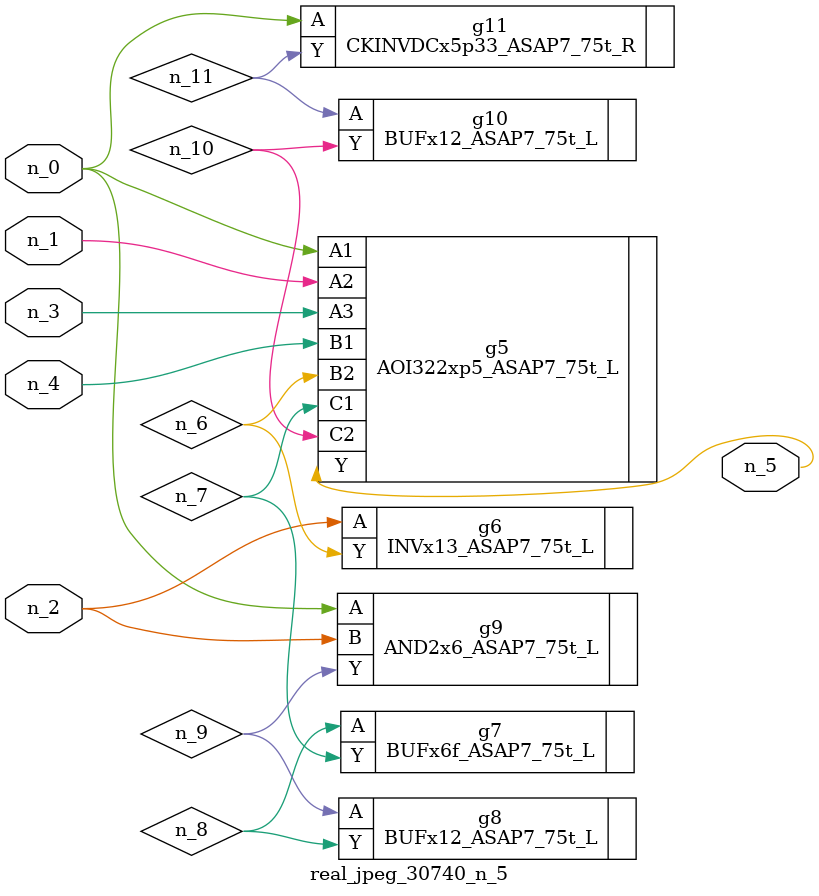
<source format=v>
module real_jpeg_30740_n_5 (n_4, n_0, n_1, n_2, n_3, n_5);

input n_4;
input n_0;
input n_1;
input n_2;
input n_3;

output n_5;

wire n_8;
wire n_11;
wire n_6;
wire n_7;
wire n_10;
wire n_9;

AOI322xp5_ASAP7_75t_L g5 ( 
.A1(n_0),
.A2(n_1),
.A3(n_3),
.B1(n_4),
.B2(n_6),
.C1(n_7),
.C2(n_10),
.Y(n_5)
);

AND2x6_ASAP7_75t_L g9 ( 
.A(n_0),
.B(n_2),
.Y(n_9)
);

CKINVDCx5p33_ASAP7_75t_R g11 ( 
.A(n_0),
.Y(n_11)
);

INVx13_ASAP7_75t_L g6 ( 
.A(n_2),
.Y(n_6)
);

BUFx6f_ASAP7_75t_L g7 ( 
.A(n_8),
.Y(n_7)
);

BUFx12_ASAP7_75t_L g8 ( 
.A(n_9),
.Y(n_8)
);

BUFx12_ASAP7_75t_L g10 ( 
.A(n_11),
.Y(n_10)
);


endmodule
</source>
